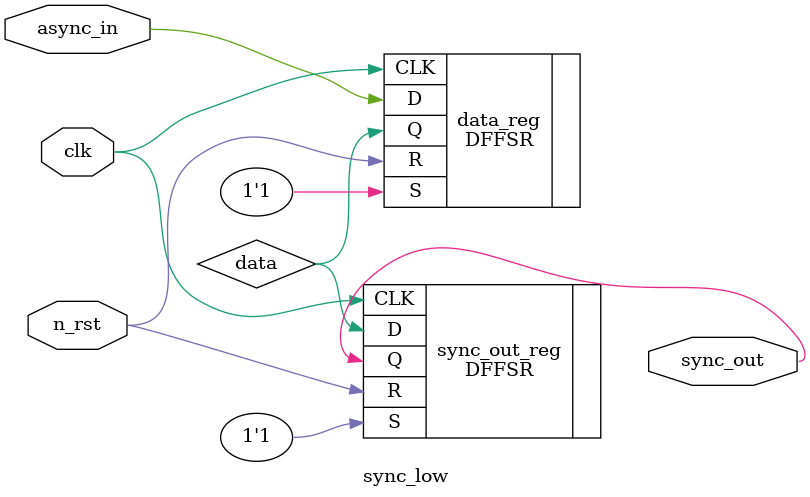
<source format=v>


module sync_low ( clk, n_rst, async_in, sync_out );
  input clk, n_rst, async_in;
  output sync_out;
  wire   data;

  DFFSR data_reg ( .D(async_in), .CLK(clk), .R(n_rst), .S(1'b1), .Q(data) );
  DFFSR sync_out_reg ( .D(data), .CLK(clk), .R(n_rst), .S(1'b1), .Q(sync_out)
         );
endmodule


</source>
